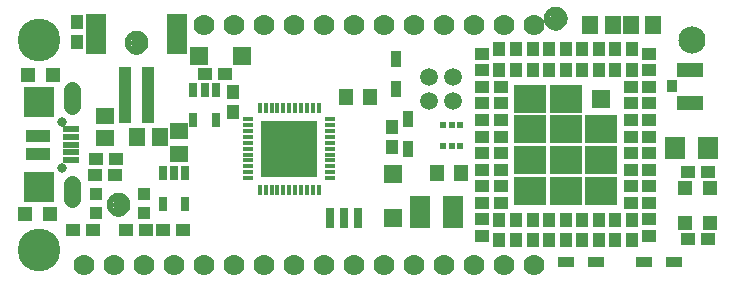
<source format=gbr>
G04 EAGLE Gerber RS-274X export*
G75*
%MOMM*%
%FSLAX34Y34*%
%LPD*%
%INSoldermask Top*%
%IPPOS*%
%AMOC8*
5,1,8,0,0,1.08239X$1,22.5*%
G01*
%ADD10C,2.301600*%
%ADD11R,1.601600X1.401600*%
%ADD12R,1.101600X1.201600*%
%ADD13R,1.201600X1.101600*%
%ADD14R,1.301600X1.401600*%
%ADD15R,1.301600X1.301600*%
%ADD16R,0.351600X0.901600*%
%ADD17R,0.901600X0.351600*%
%ADD18R,4.801600X4.801600*%
%ADD19C,1.101600*%
%ADD20C,0.500000*%
%ADD21R,1.101600X1.101600*%
%ADD22C,3.617600*%
%ADD23R,0.801600X1.801600*%
%ADD24C,0.801600*%
%ADD25R,2.601600X2.601600*%
%ADD26C,1.409600*%
%ADD27R,2.101600X1.101600*%
%ADD28R,1.450000X0.500000*%
%ADD29R,0.651600X1.301600*%
%ADD30R,1.501600X1.501600*%
%ADD31C,1.778000*%
%ADD32R,1.101600X4.701600*%
%ADD33R,1.701600X3.501600*%
%ADD34R,1.401600X1.601600*%
%ADD35R,1.001600X1.201600*%
%ADD36R,1.201600X1.001600*%
%ADD37R,1.601600X1.601600*%
%ADD38R,2.801600X2.401600*%
%ADD39R,1.451600X0.901600*%
%ADD40R,0.901600X1.451600*%
%ADD41R,0.601600X0.601600*%
%ADD42R,0.501600X0.601600*%
%ADD43R,1.701600X2.801600*%
%ADD44R,2.301600X1.151600*%
%ADD45R,0.901600X1.101600*%
%ADD46C,1.509600*%
%ADD47R,1.701600X1.901600*%


D10*
X577850Y203200D03*
D11*
X80880Y120090D03*
X80880Y139090D03*
D12*
X189400Y141870D03*
X189400Y158870D03*
D11*
X143660Y125740D03*
X143660Y106740D03*
D13*
X73690Y102680D03*
X90690Y102680D03*
X72998Y88787D03*
X89998Y88787D03*
D14*
X305848Y154636D03*
X285528Y154636D03*
D15*
X15950Y173590D03*
X36950Y173590D03*
D16*
X212182Y76266D03*
X217182Y76266D03*
X222182Y76266D03*
X227182Y76266D03*
X232182Y76266D03*
X237182Y76266D03*
X242182Y76266D03*
X247182Y76266D03*
X252182Y76266D03*
X257182Y76266D03*
X262182Y76266D03*
D17*
X271932Y86016D03*
X271932Y91016D03*
X271932Y96016D03*
X271932Y101016D03*
X271932Y106016D03*
X271932Y111016D03*
X271932Y116016D03*
X271932Y121016D03*
X271932Y126016D03*
X271932Y131016D03*
X271932Y136016D03*
D16*
X262182Y145766D03*
X257182Y145766D03*
X252182Y145766D03*
X247182Y145766D03*
X242182Y145766D03*
X237182Y145766D03*
X232182Y145766D03*
X227182Y145766D03*
X222182Y145766D03*
X217182Y145766D03*
X212182Y145766D03*
D17*
X202432Y136016D03*
X202432Y131016D03*
X202432Y126016D03*
X202432Y121016D03*
X202432Y116016D03*
X202432Y111016D03*
X202432Y106016D03*
X202432Y101016D03*
X202432Y96016D03*
X202432Y91016D03*
X202432Y86016D03*
D18*
X237182Y111016D03*
D13*
X98688Y42176D03*
X115688Y42176D03*
D12*
X57150Y218050D03*
X57150Y201050D03*
D19*
X107950Y200660D03*
D20*
X115450Y200660D02*
X115448Y200841D01*
X115441Y201022D01*
X115430Y201203D01*
X115415Y201384D01*
X115395Y201564D01*
X115371Y201744D01*
X115343Y201923D01*
X115310Y202101D01*
X115273Y202278D01*
X115232Y202455D01*
X115187Y202630D01*
X115137Y202805D01*
X115083Y202978D01*
X115025Y203149D01*
X114963Y203320D01*
X114896Y203488D01*
X114826Y203655D01*
X114752Y203821D01*
X114673Y203984D01*
X114591Y204145D01*
X114505Y204305D01*
X114415Y204462D01*
X114321Y204617D01*
X114224Y204770D01*
X114122Y204920D01*
X114018Y205068D01*
X113909Y205214D01*
X113798Y205356D01*
X113682Y205496D01*
X113564Y205633D01*
X113442Y205768D01*
X113317Y205899D01*
X113189Y206027D01*
X113058Y206152D01*
X112923Y206274D01*
X112786Y206392D01*
X112646Y206508D01*
X112504Y206619D01*
X112358Y206728D01*
X112210Y206832D01*
X112060Y206934D01*
X111907Y207031D01*
X111752Y207125D01*
X111595Y207215D01*
X111435Y207301D01*
X111274Y207383D01*
X111111Y207462D01*
X110945Y207536D01*
X110778Y207606D01*
X110610Y207673D01*
X110439Y207735D01*
X110268Y207793D01*
X110095Y207847D01*
X109920Y207897D01*
X109745Y207942D01*
X109568Y207983D01*
X109391Y208020D01*
X109213Y208053D01*
X109034Y208081D01*
X108854Y208105D01*
X108674Y208125D01*
X108493Y208140D01*
X108312Y208151D01*
X108131Y208158D01*
X107950Y208160D01*
X115450Y200660D02*
X115448Y200479D01*
X115441Y200298D01*
X115430Y200117D01*
X115415Y199936D01*
X115395Y199756D01*
X115371Y199576D01*
X115343Y199397D01*
X115310Y199219D01*
X115273Y199042D01*
X115232Y198865D01*
X115187Y198690D01*
X115137Y198515D01*
X115083Y198342D01*
X115025Y198171D01*
X114963Y198000D01*
X114896Y197832D01*
X114826Y197665D01*
X114752Y197499D01*
X114673Y197336D01*
X114591Y197175D01*
X114505Y197015D01*
X114415Y196858D01*
X114321Y196703D01*
X114224Y196550D01*
X114122Y196400D01*
X114018Y196252D01*
X113909Y196106D01*
X113798Y195964D01*
X113682Y195824D01*
X113564Y195687D01*
X113442Y195552D01*
X113317Y195421D01*
X113189Y195293D01*
X113058Y195168D01*
X112923Y195046D01*
X112786Y194928D01*
X112646Y194812D01*
X112504Y194701D01*
X112358Y194592D01*
X112210Y194488D01*
X112060Y194386D01*
X111907Y194289D01*
X111752Y194195D01*
X111595Y194105D01*
X111435Y194019D01*
X111274Y193937D01*
X111111Y193858D01*
X110945Y193784D01*
X110778Y193714D01*
X110610Y193647D01*
X110439Y193585D01*
X110268Y193527D01*
X110095Y193473D01*
X109920Y193423D01*
X109745Y193378D01*
X109568Y193337D01*
X109391Y193300D01*
X109213Y193267D01*
X109034Y193239D01*
X108854Y193215D01*
X108674Y193195D01*
X108493Y193180D01*
X108312Y193169D01*
X108131Y193162D01*
X107950Y193160D01*
X107769Y193162D01*
X107588Y193169D01*
X107407Y193180D01*
X107226Y193195D01*
X107046Y193215D01*
X106866Y193239D01*
X106687Y193267D01*
X106509Y193300D01*
X106332Y193337D01*
X106155Y193378D01*
X105980Y193423D01*
X105805Y193473D01*
X105632Y193527D01*
X105461Y193585D01*
X105290Y193647D01*
X105122Y193714D01*
X104955Y193784D01*
X104789Y193858D01*
X104626Y193937D01*
X104465Y194019D01*
X104305Y194105D01*
X104148Y194195D01*
X103993Y194289D01*
X103840Y194386D01*
X103690Y194488D01*
X103542Y194592D01*
X103396Y194701D01*
X103254Y194812D01*
X103114Y194928D01*
X102977Y195046D01*
X102842Y195168D01*
X102711Y195293D01*
X102583Y195421D01*
X102458Y195552D01*
X102336Y195687D01*
X102218Y195824D01*
X102102Y195964D01*
X101991Y196106D01*
X101882Y196252D01*
X101778Y196400D01*
X101676Y196550D01*
X101579Y196703D01*
X101485Y196858D01*
X101395Y197015D01*
X101309Y197175D01*
X101227Y197336D01*
X101148Y197499D01*
X101074Y197665D01*
X101004Y197832D01*
X100937Y198000D01*
X100875Y198171D01*
X100817Y198342D01*
X100763Y198515D01*
X100713Y198690D01*
X100668Y198865D01*
X100627Y199042D01*
X100590Y199219D01*
X100557Y199397D01*
X100529Y199576D01*
X100505Y199756D01*
X100485Y199936D01*
X100470Y200117D01*
X100459Y200298D01*
X100452Y200479D01*
X100450Y200660D01*
X100452Y200841D01*
X100459Y201022D01*
X100470Y201203D01*
X100485Y201384D01*
X100505Y201564D01*
X100529Y201744D01*
X100557Y201923D01*
X100590Y202101D01*
X100627Y202278D01*
X100668Y202455D01*
X100713Y202630D01*
X100763Y202805D01*
X100817Y202978D01*
X100875Y203149D01*
X100937Y203320D01*
X101004Y203488D01*
X101074Y203655D01*
X101148Y203821D01*
X101227Y203984D01*
X101309Y204145D01*
X101395Y204305D01*
X101485Y204462D01*
X101579Y204617D01*
X101676Y204770D01*
X101778Y204920D01*
X101882Y205068D01*
X101991Y205214D01*
X102102Y205356D01*
X102218Y205496D01*
X102336Y205633D01*
X102458Y205768D01*
X102583Y205899D01*
X102711Y206027D01*
X102842Y206152D01*
X102977Y206274D01*
X103114Y206392D01*
X103254Y206508D01*
X103396Y206619D01*
X103542Y206728D01*
X103690Y206832D01*
X103840Y206934D01*
X103993Y207031D01*
X104148Y207125D01*
X104305Y207215D01*
X104465Y207301D01*
X104626Y207383D01*
X104789Y207462D01*
X104955Y207536D01*
X105122Y207606D01*
X105290Y207673D01*
X105461Y207735D01*
X105632Y207793D01*
X105805Y207847D01*
X105980Y207897D01*
X106155Y207942D01*
X106332Y207983D01*
X106509Y208020D01*
X106687Y208053D01*
X106866Y208081D01*
X107046Y208105D01*
X107226Y208125D01*
X107407Y208140D01*
X107588Y208151D01*
X107769Y208158D01*
X107950Y208160D01*
D19*
X462752Y221050D03*
D20*
X470252Y221050D02*
X470250Y221231D01*
X470243Y221412D01*
X470232Y221593D01*
X470217Y221774D01*
X470197Y221954D01*
X470173Y222134D01*
X470145Y222313D01*
X470112Y222491D01*
X470075Y222668D01*
X470034Y222845D01*
X469989Y223020D01*
X469939Y223195D01*
X469885Y223368D01*
X469827Y223539D01*
X469765Y223710D01*
X469698Y223878D01*
X469628Y224045D01*
X469554Y224211D01*
X469475Y224374D01*
X469393Y224535D01*
X469307Y224695D01*
X469217Y224852D01*
X469123Y225007D01*
X469026Y225160D01*
X468924Y225310D01*
X468820Y225458D01*
X468711Y225604D01*
X468600Y225746D01*
X468484Y225886D01*
X468366Y226023D01*
X468244Y226158D01*
X468119Y226289D01*
X467991Y226417D01*
X467860Y226542D01*
X467725Y226664D01*
X467588Y226782D01*
X467448Y226898D01*
X467306Y227009D01*
X467160Y227118D01*
X467012Y227222D01*
X466862Y227324D01*
X466709Y227421D01*
X466554Y227515D01*
X466397Y227605D01*
X466237Y227691D01*
X466076Y227773D01*
X465913Y227852D01*
X465747Y227926D01*
X465580Y227996D01*
X465412Y228063D01*
X465241Y228125D01*
X465070Y228183D01*
X464897Y228237D01*
X464722Y228287D01*
X464547Y228332D01*
X464370Y228373D01*
X464193Y228410D01*
X464015Y228443D01*
X463836Y228471D01*
X463656Y228495D01*
X463476Y228515D01*
X463295Y228530D01*
X463114Y228541D01*
X462933Y228548D01*
X462752Y228550D01*
X470252Y221050D02*
X470250Y220869D01*
X470243Y220688D01*
X470232Y220507D01*
X470217Y220326D01*
X470197Y220146D01*
X470173Y219966D01*
X470145Y219787D01*
X470112Y219609D01*
X470075Y219432D01*
X470034Y219255D01*
X469989Y219080D01*
X469939Y218905D01*
X469885Y218732D01*
X469827Y218561D01*
X469765Y218390D01*
X469698Y218222D01*
X469628Y218055D01*
X469554Y217889D01*
X469475Y217726D01*
X469393Y217565D01*
X469307Y217405D01*
X469217Y217248D01*
X469123Y217093D01*
X469026Y216940D01*
X468924Y216790D01*
X468820Y216642D01*
X468711Y216496D01*
X468600Y216354D01*
X468484Y216214D01*
X468366Y216077D01*
X468244Y215942D01*
X468119Y215811D01*
X467991Y215683D01*
X467860Y215558D01*
X467725Y215436D01*
X467588Y215318D01*
X467448Y215202D01*
X467306Y215091D01*
X467160Y214982D01*
X467012Y214878D01*
X466862Y214776D01*
X466709Y214679D01*
X466554Y214585D01*
X466397Y214495D01*
X466237Y214409D01*
X466076Y214327D01*
X465913Y214248D01*
X465747Y214174D01*
X465580Y214104D01*
X465412Y214037D01*
X465241Y213975D01*
X465070Y213917D01*
X464897Y213863D01*
X464722Y213813D01*
X464547Y213768D01*
X464370Y213727D01*
X464193Y213690D01*
X464015Y213657D01*
X463836Y213629D01*
X463656Y213605D01*
X463476Y213585D01*
X463295Y213570D01*
X463114Y213559D01*
X462933Y213552D01*
X462752Y213550D01*
X462571Y213552D01*
X462390Y213559D01*
X462209Y213570D01*
X462028Y213585D01*
X461848Y213605D01*
X461668Y213629D01*
X461489Y213657D01*
X461311Y213690D01*
X461134Y213727D01*
X460957Y213768D01*
X460782Y213813D01*
X460607Y213863D01*
X460434Y213917D01*
X460263Y213975D01*
X460092Y214037D01*
X459924Y214104D01*
X459757Y214174D01*
X459591Y214248D01*
X459428Y214327D01*
X459267Y214409D01*
X459107Y214495D01*
X458950Y214585D01*
X458795Y214679D01*
X458642Y214776D01*
X458492Y214878D01*
X458344Y214982D01*
X458198Y215091D01*
X458056Y215202D01*
X457916Y215318D01*
X457779Y215436D01*
X457644Y215558D01*
X457513Y215683D01*
X457385Y215811D01*
X457260Y215942D01*
X457138Y216077D01*
X457020Y216214D01*
X456904Y216354D01*
X456793Y216496D01*
X456684Y216642D01*
X456580Y216790D01*
X456478Y216940D01*
X456381Y217093D01*
X456287Y217248D01*
X456197Y217405D01*
X456111Y217565D01*
X456029Y217726D01*
X455950Y217889D01*
X455876Y218055D01*
X455806Y218222D01*
X455739Y218390D01*
X455677Y218561D01*
X455619Y218732D01*
X455565Y218905D01*
X455515Y219080D01*
X455470Y219255D01*
X455429Y219432D01*
X455392Y219609D01*
X455359Y219787D01*
X455331Y219966D01*
X455307Y220146D01*
X455287Y220326D01*
X455272Y220507D01*
X455261Y220688D01*
X455254Y220869D01*
X455252Y221050D01*
X455254Y221231D01*
X455261Y221412D01*
X455272Y221593D01*
X455287Y221774D01*
X455307Y221954D01*
X455331Y222134D01*
X455359Y222313D01*
X455392Y222491D01*
X455429Y222668D01*
X455470Y222845D01*
X455515Y223020D01*
X455565Y223195D01*
X455619Y223368D01*
X455677Y223539D01*
X455739Y223710D01*
X455806Y223878D01*
X455876Y224045D01*
X455950Y224211D01*
X456029Y224374D01*
X456111Y224535D01*
X456197Y224695D01*
X456287Y224852D01*
X456381Y225007D01*
X456478Y225160D01*
X456580Y225310D01*
X456684Y225458D01*
X456793Y225604D01*
X456904Y225746D01*
X457020Y225886D01*
X457138Y226023D01*
X457260Y226158D01*
X457385Y226289D01*
X457513Y226417D01*
X457644Y226542D01*
X457779Y226664D01*
X457916Y226782D01*
X458056Y226898D01*
X458198Y227009D01*
X458344Y227118D01*
X458492Y227222D01*
X458642Y227324D01*
X458795Y227421D01*
X458950Y227515D01*
X459107Y227605D01*
X459267Y227691D01*
X459428Y227773D01*
X459591Y227852D01*
X459757Y227926D01*
X459924Y227996D01*
X460092Y228063D01*
X460263Y228125D01*
X460434Y228183D01*
X460607Y228237D01*
X460782Y228287D01*
X460957Y228332D01*
X461134Y228373D01*
X461311Y228410D01*
X461489Y228443D01*
X461668Y228471D01*
X461848Y228495D01*
X462028Y228515D01*
X462209Y228530D01*
X462390Y228541D01*
X462571Y228548D01*
X462752Y228550D01*
D21*
X73980Y56770D03*
X73980Y72770D03*
X113980Y72770D03*
X113980Y56770D03*
D22*
X25400Y203200D03*
X25400Y25400D03*
D23*
X295736Y52596D03*
X283736Y52596D03*
X271736Y52596D03*
D24*
X44450Y133800D03*
X44450Y94800D03*
D25*
X25450Y78300D03*
X25450Y150300D03*
D26*
X53450Y147300D02*
X53450Y160380D01*
X53450Y81300D02*
X53450Y68220D01*
D27*
X24450Y121800D03*
X24450Y106800D03*
D28*
X52200Y127300D03*
X52200Y120800D03*
X52200Y114300D03*
X52200Y107800D03*
X52200Y101300D03*
D29*
X175108Y161083D03*
X165608Y161083D03*
X156108Y161083D03*
X156108Y135081D03*
X175108Y135081D03*
D30*
X197570Y189230D03*
X160570Y189230D03*
D31*
X444500Y12700D03*
X419100Y12700D03*
X393700Y12700D03*
X368300Y12700D03*
X342900Y12700D03*
X317500Y12700D03*
X292100Y12700D03*
X266700Y12700D03*
X241300Y12700D03*
X215900Y12700D03*
X190500Y12700D03*
X165100Y12700D03*
X139700Y12700D03*
X114300Y12700D03*
X88900Y12700D03*
X63500Y12700D03*
D32*
X97950Y156040D03*
X117950Y156040D03*
D33*
X73950Y208040D03*
X141950Y208040D03*
D31*
X165100Y215900D03*
X190500Y215900D03*
X215900Y215900D03*
X241300Y215900D03*
X266700Y215900D03*
X292100Y215900D03*
X317500Y215900D03*
X342900Y215900D03*
X368300Y215900D03*
X393700Y215900D03*
X419100Y215900D03*
X444500Y215900D03*
D29*
X149200Y90471D03*
X139700Y90471D03*
X130200Y90471D03*
X130200Y64469D03*
X149200Y64469D03*
D15*
X34630Y55880D03*
X13630Y55880D03*
D13*
X53730Y41910D03*
X70730Y41910D03*
D34*
X108610Y120650D03*
X127610Y120650D03*
D13*
X146930Y41910D03*
X129930Y41910D03*
D35*
X527170Y195300D03*
X513170Y195300D03*
X499170Y195300D03*
X485170Y195300D03*
X471170Y195300D03*
X457170Y195300D03*
X443170Y195300D03*
X429170Y195300D03*
X415170Y195300D03*
D36*
X400170Y191300D03*
X400170Y177300D03*
X400170Y163300D03*
X400170Y149300D03*
X400170Y135300D03*
X400170Y121300D03*
X400170Y107300D03*
X400170Y93300D03*
X400170Y79300D03*
X400170Y65300D03*
X400170Y51300D03*
X400170Y37300D03*
D35*
X415170Y33300D03*
X429170Y33300D03*
X443170Y33300D03*
X457170Y33300D03*
X471170Y33300D03*
X485170Y33300D03*
X499170Y33300D03*
X513170Y33300D03*
X527170Y33300D03*
D36*
X542170Y37300D03*
X542170Y51300D03*
X542170Y65300D03*
X542170Y79300D03*
X542170Y93300D03*
X542170Y107300D03*
X542170Y121300D03*
X542170Y135300D03*
X542170Y149300D03*
X542170Y163300D03*
X542170Y177300D03*
X542170Y191300D03*
D35*
X527170Y177900D03*
X513170Y177900D03*
X499170Y177900D03*
X485170Y177900D03*
X471170Y177900D03*
X457170Y177900D03*
X443170Y177900D03*
X429170Y177900D03*
X415170Y177900D03*
D36*
X416170Y163300D03*
X416170Y149300D03*
X416170Y135300D03*
X416170Y121300D03*
X416170Y107300D03*
X416170Y93300D03*
X416170Y79300D03*
X416170Y65300D03*
D35*
X415170Y50700D03*
X429170Y50700D03*
X443170Y50700D03*
X457170Y50700D03*
X471170Y50700D03*
X485170Y50700D03*
X499170Y50700D03*
X513170Y50700D03*
X527170Y50700D03*
D36*
X526170Y65300D03*
X526170Y79300D03*
X526170Y93300D03*
X526170Y107300D03*
X526170Y121300D03*
X526170Y135300D03*
X526170Y149300D03*
X526170Y163300D03*
D37*
X501170Y153300D03*
D38*
X471170Y153300D03*
X441170Y153300D03*
X441170Y127300D03*
X441170Y101300D03*
X441170Y75300D03*
X471170Y75300D03*
X501170Y75300D03*
X501170Y101300D03*
X501170Y127300D03*
X471170Y127300D03*
X471170Y101300D03*
D14*
X382905Y90170D03*
X362585Y90170D03*
D39*
X537210Y15240D03*
X562610Y15240D03*
D40*
X327660Y186690D03*
X327660Y161290D03*
X337820Y135890D03*
X337820Y110490D03*
D15*
X572430Y77470D03*
X593430Y77470D03*
X572430Y48260D03*
X593430Y48260D03*
D13*
X591430Y91440D03*
X574430Y91440D03*
X591430Y34290D03*
X574430Y34290D03*
D41*
X367150Y112920D03*
D42*
X374650Y112920D03*
D41*
X382150Y112920D03*
X382150Y130920D03*
D42*
X374650Y130920D03*
D41*
X367150Y130920D03*
D30*
X325120Y52620D03*
X325120Y89620D03*
D34*
X511150Y215900D03*
X492150Y215900D03*
X526440Y215900D03*
X545440Y215900D03*
D43*
X347950Y57150D03*
X375950Y57150D03*
D44*
X576580Y150080D03*
X576580Y177580D03*
D45*
X561330Y163830D03*
D46*
X355760Y171450D03*
X375760Y171450D03*
X355760Y151130D03*
X375760Y151130D03*
D47*
X563850Y111760D03*
X591850Y111760D03*
D39*
X471170Y15240D03*
X496570Y15240D03*
D13*
X165490Y174244D03*
X182490Y174244D03*
D12*
X323850Y112150D03*
X323850Y129150D03*
D19*
X92710Y63500D03*
D20*
X92710Y71000D02*
X92529Y70998D01*
X92348Y70991D01*
X92167Y70980D01*
X91986Y70965D01*
X91806Y70945D01*
X91626Y70921D01*
X91447Y70893D01*
X91269Y70860D01*
X91092Y70823D01*
X90915Y70782D01*
X90740Y70737D01*
X90565Y70687D01*
X90392Y70633D01*
X90221Y70575D01*
X90050Y70513D01*
X89882Y70446D01*
X89715Y70376D01*
X89549Y70302D01*
X89386Y70223D01*
X89225Y70141D01*
X89065Y70055D01*
X88908Y69965D01*
X88753Y69871D01*
X88600Y69774D01*
X88450Y69672D01*
X88302Y69568D01*
X88156Y69459D01*
X88014Y69348D01*
X87874Y69232D01*
X87737Y69114D01*
X87602Y68992D01*
X87471Y68867D01*
X87343Y68739D01*
X87218Y68608D01*
X87096Y68473D01*
X86978Y68336D01*
X86862Y68196D01*
X86751Y68054D01*
X86642Y67908D01*
X86538Y67760D01*
X86436Y67610D01*
X86339Y67457D01*
X86245Y67302D01*
X86155Y67145D01*
X86069Y66985D01*
X85987Y66824D01*
X85908Y66661D01*
X85834Y66495D01*
X85764Y66328D01*
X85697Y66160D01*
X85635Y65989D01*
X85577Y65818D01*
X85523Y65645D01*
X85473Y65470D01*
X85428Y65295D01*
X85387Y65118D01*
X85350Y64941D01*
X85317Y64763D01*
X85289Y64584D01*
X85265Y64404D01*
X85245Y64224D01*
X85230Y64043D01*
X85219Y63862D01*
X85212Y63681D01*
X85210Y63500D01*
X92710Y71000D02*
X92891Y70998D01*
X93072Y70991D01*
X93253Y70980D01*
X93434Y70965D01*
X93614Y70945D01*
X93794Y70921D01*
X93973Y70893D01*
X94151Y70860D01*
X94328Y70823D01*
X94505Y70782D01*
X94680Y70737D01*
X94855Y70687D01*
X95028Y70633D01*
X95199Y70575D01*
X95370Y70513D01*
X95538Y70446D01*
X95705Y70376D01*
X95871Y70302D01*
X96034Y70223D01*
X96195Y70141D01*
X96355Y70055D01*
X96512Y69965D01*
X96667Y69871D01*
X96820Y69774D01*
X96970Y69672D01*
X97118Y69568D01*
X97264Y69459D01*
X97406Y69348D01*
X97546Y69232D01*
X97683Y69114D01*
X97818Y68992D01*
X97949Y68867D01*
X98077Y68739D01*
X98202Y68608D01*
X98324Y68473D01*
X98442Y68336D01*
X98558Y68196D01*
X98669Y68054D01*
X98778Y67908D01*
X98882Y67760D01*
X98984Y67610D01*
X99081Y67457D01*
X99175Y67302D01*
X99265Y67145D01*
X99351Y66985D01*
X99433Y66824D01*
X99512Y66661D01*
X99586Y66495D01*
X99656Y66328D01*
X99723Y66160D01*
X99785Y65989D01*
X99843Y65818D01*
X99897Y65645D01*
X99947Y65470D01*
X99992Y65295D01*
X100033Y65118D01*
X100070Y64941D01*
X100103Y64763D01*
X100131Y64584D01*
X100155Y64404D01*
X100175Y64224D01*
X100190Y64043D01*
X100201Y63862D01*
X100208Y63681D01*
X100210Y63500D01*
X100208Y63319D01*
X100201Y63138D01*
X100190Y62957D01*
X100175Y62776D01*
X100155Y62596D01*
X100131Y62416D01*
X100103Y62237D01*
X100070Y62059D01*
X100033Y61882D01*
X99992Y61705D01*
X99947Y61530D01*
X99897Y61355D01*
X99843Y61182D01*
X99785Y61011D01*
X99723Y60840D01*
X99656Y60672D01*
X99586Y60505D01*
X99512Y60339D01*
X99433Y60176D01*
X99351Y60015D01*
X99265Y59855D01*
X99175Y59698D01*
X99081Y59543D01*
X98984Y59390D01*
X98882Y59240D01*
X98778Y59092D01*
X98669Y58946D01*
X98558Y58804D01*
X98442Y58664D01*
X98324Y58527D01*
X98202Y58392D01*
X98077Y58261D01*
X97949Y58133D01*
X97818Y58008D01*
X97683Y57886D01*
X97546Y57768D01*
X97406Y57652D01*
X97264Y57541D01*
X97118Y57432D01*
X96970Y57328D01*
X96820Y57226D01*
X96667Y57129D01*
X96512Y57035D01*
X96355Y56945D01*
X96195Y56859D01*
X96034Y56777D01*
X95871Y56698D01*
X95705Y56624D01*
X95538Y56554D01*
X95370Y56487D01*
X95199Y56425D01*
X95028Y56367D01*
X94855Y56313D01*
X94680Y56263D01*
X94505Y56218D01*
X94328Y56177D01*
X94151Y56140D01*
X93973Y56107D01*
X93794Y56079D01*
X93614Y56055D01*
X93434Y56035D01*
X93253Y56020D01*
X93072Y56009D01*
X92891Y56002D01*
X92710Y56000D01*
X92529Y56002D01*
X92348Y56009D01*
X92167Y56020D01*
X91986Y56035D01*
X91806Y56055D01*
X91626Y56079D01*
X91447Y56107D01*
X91269Y56140D01*
X91092Y56177D01*
X90915Y56218D01*
X90740Y56263D01*
X90565Y56313D01*
X90392Y56367D01*
X90221Y56425D01*
X90050Y56487D01*
X89882Y56554D01*
X89715Y56624D01*
X89549Y56698D01*
X89386Y56777D01*
X89225Y56859D01*
X89065Y56945D01*
X88908Y57035D01*
X88753Y57129D01*
X88600Y57226D01*
X88450Y57328D01*
X88302Y57432D01*
X88156Y57541D01*
X88014Y57652D01*
X87874Y57768D01*
X87737Y57886D01*
X87602Y58008D01*
X87471Y58133D01*
X87343Y58261D01*
X87218Y58392D01*
X87096Y58527D01*
X86978Y58664D01*
X86862Y58804D01*
X86751Y58946D01*
X86642Y59092D01*
X86538Y59240D01*
X86436Y59390D01*
X86339Y59543D01*
X86245Y59698D01*
X86155Y59855D01*
X86069Y60015D01*
X85987Y60176D01*
X85908Y60339D01*
X85834Y60505D01*
X85764Y60672D01*
X85697Y60840D01*
X85635Y61011D01*
X85577Y61182D01*
X85523Y61355D01*
X85473Y61530D01*
X85428Y61705D01*
X85387Y61882D01*
X85350Y62059D01*
X85317Y62237D01*
X85289Y62416D01*
X85265Y62596D01*
X85245Y62776D01*
X85230Y62957D01*
X85219Y63138D01*
X85212Y63319D01*
X85210Y63500D01*
M02*

</source>
